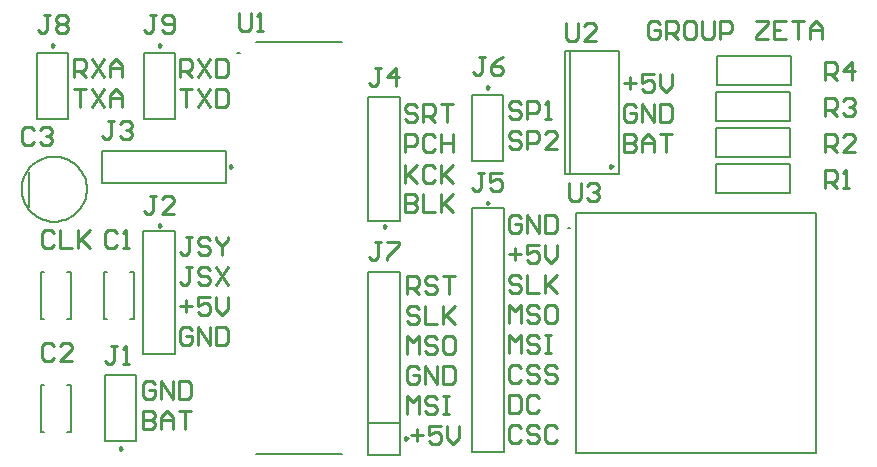
<source format=gto>
G04*
G04 #@! TF.GenerationSoftware,Altium Limited,Altium Designer,25.2.1 (25)*
G04*
G04 Layer_Color=65535*
%FSLAX25Y25*%
%MOIN*%
G70*
G04*
G04 #@! TF.SameCoordinates,F9EB4FB7-7235-4222-B540-9B3DE50980C4*
G04*
G04*
G04 #@! TF.FilePolarity,Positive*
G04*
G01*
G75*
%ADD10C,0.00787*%
%ADD11C,0.00984*%
%ADD12C,0.00591*%
%ADD13C,0.00500*%
%ADD14C,0.01000*%
D10*
X76815Y138500D02*
X76028D01*
X76815D01*
X186874Y80000D02*
X186087D01*
X186874D01*
X235598Y101421D02*
X260402D01*
Y91579D02*
Y101421D01*
X235598Y91579D02*
X260402D01*
X235598D02*
Y101421D01*
X154303Y124484D02*
X164697D01*
X154303Y102516D02*
Y124484D01*
Y102516D02*
X164697D01*
Y124484D01*
X154205Y5409D02*
Y86591D01*
X164795D01*
Y5409D02*
Y86591D01*
X154205Y5409D02*
X164795D01*
X235598Y103579D02*
Y113421D01*
Y103579D02*
X260402D01*
Y113421D01*
X235598D02*
X260402D01*
X235598Y115579D02*
Y125421D01*
Y115579D02*
X260402D01*
Y125421D01*
X235598D02*
X260402D01*
X235783Y127579D02*
Y137421D01*
Y127579D02*
X260587D01*
Y137421D01*
X235783D02*
X260587D01*
X19339Y65374D02*
X20421D01*
X10579D02*
X11661D01*
X10579Y49626D02*
Y65374D01*
X19339Y49626D02*
X20421D01*
X10579D02*
X11661D01*
X20421D02*
Y65374D01*
X6437Y87094D02*
Y98906D01*
X31579Y49626D02*
X32661D01*
X40339D02*
X41421D01*
Y65374D01*
X31579D02*
X32661D01*
X40339D02*
X41421D01*
X31579Y49626D02*
Y65374D01*
X10579Y11969D02*
X11661D01*
X19339D02*
X20421D01*
Y27717D01*
X10579D02*
X11661D01*
X19339D02*
X20421D01*
X10579Y11969D02*
Y27717D01*
X31803Y9016D02*
X42197D01*
Y30984D01*
X31803D02*
X42197D01*
X31803Y9016D02*
Y30984D01*
X44705Y37909D02*
Y79091D01*
X55295D01*
Y37909D02*
Y79091D01*
X44705Y37909D02*
X55295D01*
X187051Y98028D02*
Y138972D01*
X185083Y98028D02*
X203193D01*
Y138972D01*
X185083D02*
X203193D01*
X185083Y98028D02*
Y138972D01*
X30909Y105795D02*
X72091D01*
Y95205D02*
Y105795D01*
X30909Y95205D02*
X72091D01*
X30909D02*
Y105795D01*
X9303Y138484D02*
X19697D01*
X9303Y116516D02*
Y138484D01*
Y116516D02*
X19697D01*
Y138484D01*
X130295Y82409D02*
Y123591D01*
X119705Y82409D02*
X130295D01*
X119705D02*
Y123591D01*
X130295D01*
X119606Y15000D02*
X130394D01*
X119606Y4508D02*
X130394D01*
Y65492D01*
X119606D02*
X130394D01*
X119606Y4508D02*
Y65492D01*
X44803Y138484D02*
X55197D01*
X44803Y116516D02*
Y138484D01*
Y116516D02*
X55197D01*
Y138484D01*
D11*
X159992Y126984D02*
X159254Y127410D01*
Y126558D01*
X159992Y126984D01*
Y88362D02*
X159254Y88788D01*
Y87936D01*
X159992Y88362D01*
X37492Y6516D02*
X36754Y6942D01*
Y6089D01*
X37492Y6516D01*
X50492Y80862D02*
X49754Y81288D01*
Y80436D01*
X50492Y80862D01*
X201126Y100587D02*
X200388Y101013D01*
Y100160D01*
X201126Y100587D01*
X74354Y100500D02*
X73616Y100926D01*
Y100074D01*
X74354Y100500D01*
X14992Y140984D02*
X14254Y141410D01*
Y140558D01*
X14992Y140984D01*
X125492Y80638D02*
X124754Y81064D01*
Y80212D01*
X125492Y80638D01*
X132776Y10000D02*
X132037Y10426D01*
Y9574D01*
X132776Y10000D01*
X50492Y140984D02*
X49754Y141410D01*
Y140558D01*
X50492Y140984D01*
D12*
X25827Y93000D02*
X25781Y93999D01*
X25642Y94989D01*
X25414Y95963D01*
X25096Y96911D01*
X24692Y97826D01*
X24205Y98700D01*
X23640Y99525D01*
X23001Y100294D01*
X22294Y101001D01*
X21525Y101640D01*
X20700Y102205D01*
X19826Y102692D01*
X18911Y103096D01*
X17963Y103413D01*
X16989Y103642D01*
X15999Y103781D01*
X15000Y103827D01*
X14001Y103781D01*
X13011Y103642D01*
X12037Y103413D01*
X11089Y103096D01*
X10174Y102692D01*
X9300Y102205D01*
X8475Y101640D01*
X7706Y101001D01*
X6999Y100294D01*
X6360Y99525D01*
X5795Y98700D01*
X5308Y97826D01*
X4904Y96911D01*
X4586Y95963D01*
X4358Y94989D01*
X4219Y93999D01*
X4173Y93000D01*
X4219Y92001D01*
X4358Y91011D01*
X4586Y90037D01*
X4904Y89089D01*
X5308Y88174D01*
X5795Y87300D01*
X6360Y86475D01*
X6999Y85706D01*
X7706Y84999D01*
X8475Y84360D01*
X9300Y83795D01*
X10174Y83308D01*
X11089Y82904D01*
X12037Y82586D01*
X13011Y82358D01*
X14001Y82219D01*
X15000Y82173D01*
X15999Y82219D01*
X16989Y82358D01*
X17963Y82586D01*
X18911Y82904D01*
X19826Y83308D01*
X20700Y83795D01*
X21525Y84360D01*
X22294Y84999D01*
X23001Y85706D01*
X23640Y86475D01*
X24205Y87300D01*
X24692Y88174D01*
X25096Y89089D01*
X25414Y90037D01*
X25642Y91011D01*
X25781Y92001D01*
X25827Y93000D01*
D13*
X82250Y142220D02*
X110750D01*
X82250Y4780D02*
X110750D01*
X189000Y5000D02*
Y85000D01*
X269000D01*
Y5000D02*
Y85000D01*
X189000Y5000D02*
X269000D01*
D14*
X135999Y120498D02*
X134999Y121498D01*
X133000D01*
X132000Y120498D01*
Y119499D01*
X133000Y118499D01*
X134999D01*
X135999Y117499D01*
Y116500D01*
X134999Y115500D01*
X133000D01*
X132000Y116500D01*
X137998Y115500D02*
Y121498D01*
X140997D01*
X141997Y120498D01*
Y118499D01*
X140997Y117499D01*
X137998D01*
X139997D02*
X141997Y115500D01*
X143996Y121498D02*
X147995D01*
X145995D01*
Y115500D01*
X205000Y111498D02*
Y105500D01*
X207999D01*
X208999Y106500D01*
Y107499D01*
X207999Y108499D01*
X205000D01*
X207999D01*
X208999Y109499D01*
Y110498D01*
X207999Y111498D01*
X205000D01*
X210998Y105500D02*
Y109499D01*
X212997Y111498D01*
X214997Y109499D01*
Y105500D01*
Y108499D01*
X210998D01*
X216996Y111498D02*
X220995D01*
X218995D01*
Y105500D01*
X166500Y24498D02*
Y18500D01*
X169499D01*
X170499Y19500D01*
Y23498D01*
X169499Y24498D01*
X166500D01*
X176497Y23498D02*
X175497Y24498D01*
X173498D01*
X172498Y23498D01*
Y19500D01*
X173498Y18500D01*
X175497D01*
X176497Y19500D01*
X132500Y58000D02*
Y63998D01*
X135499D01*
X136499Y62998D01*
Y60999D01*
X135499Y59999D01*
X132500D01*
X134499D02*
X136499Y58000D01*
X142497Y62998D02*
X141497Y63998D01*
X139498D01*
X138498Y62998D01*
Y61999D01*
X139498Y60999D01*
X141497D01*
X142497Y59999D01*
Y59000D01*
X141497Y58000D01*
X139498D01*
X138498Y59000D01*
X144496Y63998D02*
X148495D01*
X146495D01*
Y58000D01*
X134000Y10999D02*
X137999D01*
X135999Y12998D02*
Y9000D01*
X143997Y13998D02*
X139998D01*
Y10999D01*
X141997Y11999D01*
X142997D01*
X143997Y10999D01*
Y9000D01*
X142997Y8000D01*
X140998D01*
X139998Y9000D01*
X145996Y13998D02*
Y9999D01*
X147995Y8000D01*
X149995Y9999D01*
Y13998D01*
X170499Y83498D02*
X169499Y84498D01*
X167500D01*
X166500Y83498D01*
Y79500D01*
X167500Y78500D01*
X169499D01*
X170499Y79500D01*
Y81499D01*
X168499D01*
X172498Y78500D02*
Y84498D01*
X176497Y78500D01*
Y84498D01*
X178496D02*
Y78500D01*
X181495D01*
X182495Y79500D01*
Y83498D01*
X181495Y84498D01*
X178496D01*
X21500Y130500D02*
Y136498D01*
X24499D01*
X25499Y135498D01*
Y133499D01*
X24499Y132499D01*
X21500D01*
X23499D02*
X25499Y130500D01*
X27498Y136498D02*
X31497Y130500D01*
Y136498D02*
X27498Y130500D01*
X33496D02*
Y134499D01*
X35495Y136498D01*
X37495Y134499D01*
Y130500D01*
Y133499D01*
X33496D01*
X44500Y18998D02*
Y13000D01*
X47499D01*
X48499Y14000D01*
Y14999D01*
X47499Y15999D01*
X44500D01*
X47499D01*
X48499Y16999D01*
Y17998D01*
X47499Y18998D01*
X44500D01*
X50498Y13000D02*
Y16999D01*
X52497Y18998D01*
X54497Y16999D01*
Y13000D01*
Y15999D01*
X50498D01*
X56496Y18998D02*
X60495D01*
X58495D01*
Y13000D01*
X57000Y130500D02*
Y136498D01*
X59999D01*
X60999Y135498D01*
Y133499D01*
X59999Y132499D01*
X57000D01*
X58999D02*
X60999Y130500D01*
X62998Y136498D02*
X66997Y130500D01*
Y136498D02*
X62998Y130500D01*
X68996Y136498D02*
Y130500D01*
X71995D01*
X72995Y131500D01*
Y135498D01*
X71995Y136498D01*
X68996D01*
X21500Y126498D02*
X25499D01*
X23499D01*
Y120500D01*
X27498Y126498D02*
X31497Y120500D01*
Y126498D02*
X27498Y120500D01*
X33496D02*
Y124499D01*
X35495Y126498D01*
X37495Y124499D01*
Y120500D01*
Y123499D01*
X33496D01*
X132500Y18000D02*
Y23998D01*
X134499Y21999D01*
X136499Y23998D01*
Y18000D01*
X142497Y22998D02*
X141497Y23998D01*
X139498D01*
X138498Y22998D01*
Y21999D01*
X139498Y20999D01*
X141497D01*
X142497Y19999D01*
Y19000D01*
X141497Y18000D01*
X139498D01*
X138498Y19000D01*
X144496Y23998D02*
X146495D01*
X145496D01*
Y18000D01*
X144496D01*
X146495D01*
X48499Y27998D02*
X47499Y28998D01*
X45500D01*
X44500Y27998D01*
Y24000D01*
X45500Y23000D01*
X47499D01*
X48499Y24000D01*
Y25999D01*
X46499D01*
X50498Y23000D02*
Y28998D01*
X54497Y23000D01*
Y28998D01*
X56496D02*
Y23000D01*
X59495D01*
X60495Y24000D01*
Y27998D01*
X59495Y28998D01*
X56496D01*
X132000Y100998D02*
Y95000D01*
Y96999D01*
X135999Y100998D01*
X133000Y97999D01*
X135999Y95000D01*
X141997Y99998D02*
X140997Y100998D01*
X138998D01*
X137998Y99998D01*
Y96000D01*
X138998Y95000D01*
X140997D01*
X141997Y96000D01*
X143996Y100998D02*
Y95000D01*
Y96999D01*
X147995Y100998D01*
X144996Y97999D01*
X147995Y95000D01*
X170499Y63498D02*
X169499Y64498D01*
X167500D01*
X166500Y63498D01*
Y62499D01*
X167500Y61499D01*
X169499D01*
X170499Y60499D01*
Y59500D01*
X169499Y58500D01*
X167500D01*
X166500Y59500D01*
X172498Y64498D02*
Y58500D01*
X176497D01*
X178496Y64498D02*
Y58500D01*
Y60499D01*
X182495Y64498D01*
X179496Y61499D01*
X182495Y58500D01*
X208999Y120498D02*
X207999Y121498D01*
X206000D01*
X205000Y120498D01*
Y116500D01*
X206000Y115500D01*
X207999D01*
X208999Y116500D01*
Y118499D01*
X206999D01*
X210998Y115500D02*
Y121498D01*
X214997Y115500D01*
Y121498D01*
X216996D02*
Y115500D01*
X219995D01*
X220995Y116500D01*
Y120498D01*
X219995Y121498D01*
X216996D01*
X166500Y38500D02*
Y44498D01*
X168499Y42499D01*
X170499Y44498D01*
Y38500D01*
X176497Y43498D02*
X175497Y44498D01*
X173498D01*
X172498Y43498D01*
Y42499D01*
X173498Y41499D01*
X175497D01*
X176497Y40499D01*
Y39500D01*
X175497Y38500D01*
X173498D01*
X172498Y39500D01*
X178496Y44498D02*
X180496D01*
X179496D01*
Y38500D01*
X178496D01*
X180496D01*
X60999Y66998D02*
X58999D01*
X59999D01*
Y62000D01*
X58999Y61000D01*
X58000D01*
X57000Y62000D01*
X66997Y65998D02*
X65997Y66998D01*
X63998D01*
X62998Y65998D01*
Y64999D01*
X63998Y63999D01*
X65997D01*
X66997Y62999D01*
Y62000D01*
X65997Y61000D01*
X63998D01*
X62998Y62000D01*
X68996Y66998D02*
X72995Y61000D01*
Y66998D02*
X68996Y61000D01*
X170499Y13498D02*
X169499Y14498D01*
X167500D01*
X166500Y13498D01*
Y9500D01*
X167500Y8500D01*
X169499D01*
X170499Y9500D01*
X176497Y13498D02*
X175497Y14498D01*
X173498D01*
X172498Y13498D01*
Y12499D01*
X173498Y11499D01*
X175497D01*
X176497Y10499D01*
Y9500D01*
X175497Y8500D01*
X173498D01*
X172498Y9500D01*
X182495Y13498D02*
X181495Y14498D01*
X179496D01*
X178496Y13498D01*
Y9500D01*
X179496Y8500D01*
X181495D01*
X182495Y9500D01*
X170499Y111498D02*
X169499Y112498D01*
X167500D01*
X166500Y111498D01*
Y110499D01*
X167500Y109499D01*
X169499D01*
X170499Y108499D01*
Y107500D01*
X169499Y106500D01*
X167500D01*
X166500Y107500D01*
X172498Y106500D02*
Y112498D01*
X175497D01*
X176497Y111498D01*
Y109499D01*
X175497Y108499D01*
X172498D01*
X182495Y106500D02*
X178496D01*
X182495Y110499D01*
Y111498D01*
X181495Y112498D01*
X179496D01*
X178496Y111498D01*
X136499Y32998D02*
X135499Y33998D01*
X133500D01*
X132500Y32998D01*
Y29000D01*
X133500Y28000D01*
X135499D01*
X136499Y29000D01*
Y30999D01*
X134499D01*
X138498Y28000D02*
Y33998D01*
X142497Y28000D01*
Y33998D01*
X144496D02*
Y28000D01*
X147495D01*
X148495Y29000D01*
Y32998D01*
X147495Y33998D01*
X144496D01*
X60999Y45998D02*
X59999Y46998D01*
X58000D01*
X57000Y45998D01*
Y42000D01*
X58000Y41000D01*
X59999D01*
X60999Y42000D01*
Y43999D01*
X58999D01*
X62998Y41000D02*
Y46998D01*
X66997Y41000D01*
Y46998D01*
X68996D02*
Y41000D01*
X71995D01*
X72995Y42000D01*
Y45998D01*
X71995Y46998D01*
X68996D01*
X132000Y105500D02*
Y111498D01*
X134999D01*
X135999Y110498D01*
Y108499D01*
X134999Y107499D01*
X132000D01*
X141997Y110498D02*
X140997Y111498D01*
X138998D01*
X137998Y110498D01*
Y106500D01*
X138998Y105500D01*
X140997D01*
X141997Y106500D01*
X143996Y111498D02*
Y105500D01*
Y108499D01*
X147995D01*
Y111498D01*
Y105500D01*
X216999Y147998D02*
X215999Y148998D01*
X214000D01*
X213000Y147998D01*
Y144000D01*
X214000Y143000D01*
X215999D01*
X216999Y144000D01*
Y145999D01*
X214999D01*
X218998Y143000D02*
Y148998D01*
X221997D01*
X222997Y147998D01*
Y145999D01*
X221997Y144999D01*
X218998D01*
X220997D02*
X222997Y143000D01*
X227995Y148998D02*
X225996D01*
X224996Y147998D01*
Y144000D01*
X225996Y143000D01*
X227995D01*
X228995Y144000D01*
Y147998D01*
X227995Y148998D01*
X230994D02*
Y144000D01*
X231994Y143000D01*
X233993D01*
X234993Y144000D01*
Y148998D01*
X236992Y143000D02*
Y148998D01*
X239991D01*
X240991Y147998D01*
Y145999D01*
X239991Y144999D01*
X236992D01*
X248988Y148998D02*
X252987D01*
Y147998D01*
X248988Y144000D01*
Y143000D01*
X252987D01*
X258985Y148998D02*
X254986D01*
Y143000D01*
X258985D01*
X254986Y145999D02*
X256986D01*
X260984Y148998D02*
X264983D01*
X262984D01*
Y143000D01*
X266983D02*
Y146999D01*
X268982Y148998D01*
X270981Y146999D01*
Y143000D01*
Y145999D01*
X266983D01*
X57000Y126498D02*
X60999D01*
X58999D01*
Y120500D01*
X62998Y126498D02*
X66997Y120500D01*
Y126498D02*
X62998Y120500D01*
X68996Y126498D02*
Y120500D01*
X71995D01*
X72995Y121500D01*
Y125498D01*
X71995Y126498D01*
X68996D01*
X170499Y121498D02*
X169499Y122498D01*
X167500D01*
X166500Y121498D01*
Y120499D01*
X167500Y119499D01*
X169499D01*
X170499Y118499D01*
Y117500D01*
X169499Y116500D01*
X167500D01*
X166500Y117500D01*
X172498Y116500D02*
Y122498D01*
X175497D01*
X176497Y121498D01*
Y119499D01*
X175497Y118499D01*
X172498D01*
X178496Y116500D02*
X180496D01*
X179496D01*
Y122498D01*
X178496Y121498D01*
X166500Y48500D02*
Y54498D01*
X168499Y52499D01*
X170499Y54498D01*
Y48500D01*
X176497Y53498D02*
X175497Y54498D01*
X173498D01*
X172498Y53498D01*
Y52499D01*
X173498Y51499D01*
X175497D01*
X176497Y50499D01*
Y49500D01*
X175497Y48500D01*
X173498D01*
X172498Y49500D01*
X181495Y54498D02*
X179496D01*
X178496Y53498D01*
Y49500D01*
X179496Y48500D01*
X181495D01*
X182495Y49500D01*
Y53498D01*
X181495Y54498D01*
X60999Y76998D02*
X58999D01*
X59999D01*
Y72000D01*
X58999Y71000D01*
X58000D01*
X57000Y72000D01*
X66997Y75998D02*
X65997Y76998D01*
X63998D01*
X62998Y75998D01*
Y74999D01*
X63998Y73999D01*
X65997D01*
X66997Y72999D01*
Y72000D01*
X65997Y71000D01*
X63998D01*
X62998Y72000D01*
X68996Y76998D02*
Y75998D01*
X70995Y73999D01*
X72995Y75998D01*
Y76998D01*
X70995Y73999D02*
Y71000D01*
X170499Y33498D02*
X169499Y34498D01*
X167500D01*
X166500Y33498D01*
Y29500D01*
X167500Y28500D01*
X169499D01*
X170499Y29500D01*
X176497Y33498D02*
X175497Y34498D01*
X173498D01*
X172498Y33498D01*
Y32499D01*
X173498Y31499D01*
X175497D01*
X176497Y30499D01*
Y29500D01*
X175497Y28500D01*
X173498D01*
X172498Y29500D01*
X182495Y33498D02*
X181495Y34498D01*
X179496D01*
X178496Y33498D01*
Y32499D01*
X179496Y31499D01*
X181495D01*
X182495Y30499D01*
Y29500D01*
X181495Y28500D01*
X179496D01*
X178496Y29500D01*
X57000Y53999D02*
X60999D01*
X58999Y55998D02*
Y52000D01*
X66997Y56998D02*
X62998D01*
Y53999D01*
X64997Y54999D01*
X65997D01*
X66997Y53999D01*
Y52000D01*
X65997Y51000D01*
X63998D01*
X62998Y52000D01*
X68996Y56998D02*
Y52999D01*
X70995Y51000D01*
X72995Y52999D01*
Y56998D01*
X132000Y91498D02*
Y85500D01*
X134999D01*
X135999Y86500D01*
Y87499D01*
X134999Y88499D01*
X132000D01*
X134999D01*
X135999Y89499D01*
Y90498D01*
X134999Y91498D01*
X132000D01*
X137998D02*
Y85500D01*
X141997D01*
X143996Y91498D02*
Y85500D01*
Y87499D01*
X147995Y91498D01*
X144996Y88499D01*
X147995Y85500D01*
X132500Y38000D02*
Y43998D01*
X134499Y41999D01*
X136499Y43998D01*
Y38000D01*
X142497Y42998D02*
X141497Y43998D01*
X139498D01*
X138498Y42998D01*
Y41999D01*
X139498Y40999D01*
X141497D01*
X142497Y39999D01*
Y39000D01*
X141497Y38000D01*
X139498D01*
X138498Y39000D01*
X147495Y43998D02*
X145496D01*
X144496Y42998D01*
Y39000D01*
X145496Y38000D01*
X147495D01*
X148495Y39000D01*
Y42998D01*
X147495Y43998D01*
X166500Y71499D02*
X170499D01*
X168499Y73498D02*
Y69500D01*
X176497Y74498D02*
X172498D01*
Y71499D01*
X174497Y72499D01*
X175497D01*
X176497Y71499D01*
Y69500D01*
X175497Y68500D01*
X173498D01*
X172498Y69500D01*
X178496Y74498D02*
Y70499D01*
X180496Y68500D01*
X182495Y70499D01*
Y74498D01*
X136499Y52998D02*
X135499Y53998D01*
X133500D01*
X132500Y52998D01*
Y51999D01*
X133500Y50999D01*
X135499D01*
X136499Y49999D01*
Y49000D01*
X135499Y48000D01*
X133500D01*
X132500Y49000D01*
X138498Y53998D02*
Y48000D01*
X142497D01*
X144496Y53998D02*
Y48000D01*
Y49999D01*
X148495Y53998D01*
X145496Y50999D01*
X148495Y48000D01*
X205000Y128499D02*
X208999D01*
X206999Y130498D02*
Y126500D01*
X214997Y131498D02*
X210998D01*
Y128499D01*
X212997Y129499D01*
X213997D01*
X214997Y128499D01*
Y126500D01*
X213997Y125500D01*
X211998D01*
X210998Y126500D01*
X216996Y131498D02*
Y127499D01*
X218995Y125500D01*
X220995Y127499D01*
Y131498D01*
X186700Y95098D02*
Y90100D01*
X187700Y89100D01*
X189699D01*
X190699Y90100D01*
Y95098D01*
X192698Y94098D02*
X193698Y95098D01*
X195697D01*
X196697Y94098D01*
Y93099D01*
X195697Y92099D01*
X194697D01*
X195697D01*
X196697Y91099D01*
Y90100D01*
X195697Y89100D01*
X193698D01*
X192698Y90100D01*
X185700Y148398D02*
Y143400D01*
X186700Y142400D01*
X188699D01*
X189699Y143400D01*
Y148398D01*
X195697Y142400D02*
X191698D01*
X195697Y146399D01*
Y147398D01*
X194697Y148398D01*
X192698D01*
X191698Y147398D01*
X76600Y151798D02*
Y146800D01*
X77600Y145800D01*
X79599D01*
X80599Y146800D01*
Y151798D01*
X82598Y145800D02*
X84597D01*
X83598D01*
Y151798D01*
X82598Y150798D01*
X272002Y129501D02*
Y135499D01*
X275001D01*
X276000Y134499D01*
Y132500D01*
X275001Y131500D01*
X272002D01*
X274001D02*
X276000Y129501D01*
X280999D02*
Y135499D01*
X278000Y132500D01*
X281998D01*
X272002Y117501D02*
Y123499D01*
X275001D01*
X276000Y122499D01*
Y120500D01*
X275001Y119500D01*
X272002D01*
X274001D02*
X276000Y117501D01*
X278000Y122499D02*
X278999Y123499D01*
X280999D01*
X281998Y122499D01*
Y121500D01*
X280999Y120500D01*
X279999D01*
X280999D01*
X281998Y119500D01*
Y118501D01*
X280999Y117501D01*
X278999D01*
X278000Y118501D01*
X272002Y105501D02*
Y111499D01*
X275001D01*
X276000Y110499D01*
Y108500D01*
X275001Y107500D01*
X272002D01*
X274001D02*
X276000Y105501D01*
X281998D02*
X278000D01*
X281998Y109500D01*
Y110499D01*
X280999Y111499D01*
X278999D01*
X278000Y110499D01*
X272001Y93501D02*
Y99499D01*
X275000D01*
X276000Y98499D01*
Y96500D01*
X275000Y95500D01*
X272001D01*
X274001D02*
X276000Y93501D01*
X277999D02*
X279999D01*
X278999D01*
Y99499D01*
X277999Y98499D01*
X48999Y150998D02*
X46999D01*
X47999D01*
Y146000D01*
X46999Y145000D01*
X46000D01*
X45000Y146000D01*
X50998D02*
X51998Y145000D01*
X53997D01*
X54997Y146000D01*
Y149998D01*
X53997Y150998D01*
X51998D01*
X50998Y149998D01*
Y148999D01*
X51998Y147999D01*
X54997D01*
X13499Y150998D02*
X11499D01*
X12499D01*
Y146000D01*
X11499Y145000D01*
X10500D01*
X9500Y146000D01*
X15498Y149998D02*
X16498Y150998D01*
X18497D01*
X19497Y149998D01*
Y148999D01*
X18497Y147999D01*
X19497Y146999D01*
Y146000D01*
X18497Y145000D01*
X16498D01*
X15498Y146000D01*
Y146999D01*
X16498Y147999D01*
X15498Y148999D01*
Y149998D01*
X16498Y147999D02*
X18497D01*
X123799Y75298D02*
X121799D01*
X122799D01*
Y70300D01*
X121799Y69300D01*
X120800D01*
X119800Y70300D01*
X125798Y75298D02*
X129797D01*
Y74298D01*
X125798Y70300D01*
Y69300D01*
X158499Y136998D02*
X156499D01*
X157499D01*
Y132000D01*
X156499Y131000D01*
X155500D01*
X154500Y132000D01*
X164497Y136998D02*
X162497Y135998D01*
X160498Y133999D01*
Y132000D01*
X161498Y131000D01*
X163497D01*
X164497Y132000D01*
Y132999D01*
X163497Y133999D01*
X160498D01*
X158299Y98298D02*
X156299D01*
X157299D01*
Y93300D01*
X156299Y92300D01*
X155300D01*
X154300Y93300D01*
X164297Y98298D02*
X160298D01*
Y95299D01*
X162297Y96299D01*
X163297D01*
X164297Y95299D01*
Y93300D01*
X163297Y92300D01*
X161298D01*
X160298Y93300D01*
X123799Y133498D02*
X121799D01*
X122799D01*
Y128500D01*
X121799Y127500D01*
X120800D01*
X119800Y128500D01*
X128797Y127500D02*
Y133498D01*
X125798Y130499D01*
X129797D01*
X34999Y115698D02*
X32999D01*
X33999D01*
Y110700D01*
X32999Y109700D01*
X32000D01*
X31000Y110700D01*
X36998Y114698D02*
X37998Y115698D01*
X39997D01*
X40997Y114698D01*
Y113699D01*
X39997Y112699D01*
X38997D01*
X39997D01*
X40997Y111699D01*
Y110700D01*
X39997Y109700D01*
X37998D01*
X36998Y110700D01*
X48799Y90798D02*
X46799D01*
X47799D01*
Y85800D01*
X46799Y84800D01*
X45800D01*
X44800Y85800D01*
X54797Y84800D02*
X50798D01*
X54797Y88799D01*
Y89798D01*
X53797Y90798D01*
X51798D01*
X50798Y89798D01*
X35999Y40798D02*
X33999D01*
X34999D01*
Y35800D01*
X33999Y34800D01*
X33000D01*
X32000Y35800D01*
X37998Y34800D02*
X39997D01*
X38998D01*
Y40798D01*
X37998Y39798D01*
X14799Y78498D02*
X13799Y79498D01*
X11800D01*
X10800Y78498D01*
Y74500D01*
X11800Y73500D01*
X13799D01*
X14799Y74500D01*
X16798Y79498D02*
Y73500D01*
X20797D01*
X22796Y79498D02*
Y73500D01*
Y75499D01*
X26795Y79498D01*
X23796Y76499D01*
X26795Y73500D01*
X8399Y112598D02*
X7399Y113598D01*
X5400D01*
X4400Y112598D01*
Y108600D01*
X5400Y107600D01*
X7399D01*
X8399Y108600D01*
X10398Y112598D02*
X11398Y113598D01*
X13397D01*
X14397Y112598D01*
Y111599D01*
X13397Y110599D01*
X12397D01*
X13397D01*
X14397Y109599D01*
Y108600D01*
X13397Y107600D01*
X11398D01*
X10398Y108600D01*
X14799Y40798D02*
X13799Y41798D01*
X11800D01*
X10800Y40798D01*
Y36800D01*
X11800Y35800D01*
X13799D01*
X14799Y36800D01*
X20797Y35800D02*
X16798D01*
X20797Y39799D01*
Y40798D01*
X19797Y41798D01*
X17798D01*
X16798Y40798D01*
X35799Y78498D02*
X34799Y79498D01*
X32800D01*
X31800Y78498D01*
Y74500D01*
X32800Y73500D01*
X34799D01*
X35799Y74500D01*
X37798Y73500D02*
X39797D01*
X38798D01*
Y79498D01*
X37798Y78498D01*
M02*

</source>
